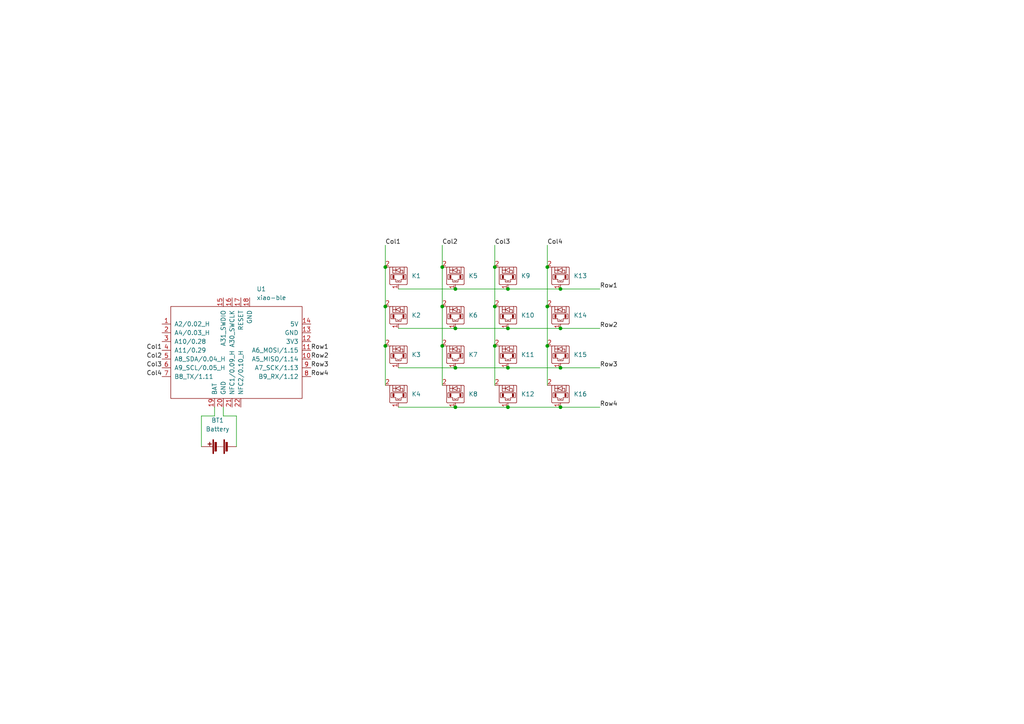
<source format=kicad_sch>
(kicad_sch (version 20211123) (generator eeschema)
  (paper "A4")
  (lib_symbols
    (symbol "Device:Battery" (pin_numbers hide) (pin_names (offset 0) hide)
      (property "Reference" "BT" (at 2.54 2.54 0))
      (property "Value" "Battery" (at 2.54 0 0))
      (symbol "Battery_0_1"
        (rectangle (start -2.032 -1.397) (end 2.032 -1.651) (fill (type outline)))
        (rectangle (start -2.032 1.778) (end 2.032 1.524) (fill (type outline)))
        (rectangle (start -1.3208 -1.9812) (end 1.27 -2.4892) (fill (type outline)))
        (rectangle (start -1.3208 1.1938) (end 1.27 0.6858) (fill (type outline)))
        (polyline (pts (xy 0 -1.524) (xy 0 -1.27)))
        (polyline (pts (xy 0 -1.016) (xy 0 -0.762)))
        (polyline (pts (xy 0 -0.508) (xy 0 -0.254)))
        (polyline (pts (xy 0 0) (xy 0 0.254)))
        (polyline (pts (xy 0 0.508) (xy 0 0.762)))
        (polyline (pts (xy 0 1.778) (xy 0 2.54)))
        (polyline (pts (xy 0.254 2.667) (xy 1.27 2.667)) (stroke (width 0.254)))
        (polyline (pts (xy 0.762 3.175) (xy 0.762 2.159)) (stroke (width 0.254)))
      )
      (symbol "Battery_1_1"
        (pin passive line (at 0 5.08 270) (length 2.54) (name "+") (number "1"))
        (pin passive line (at 0 -5.08 90) (length 2.54) (name "-") (number "2"))
      )
    )
    (symbol "kleeb-mcu:xiao-ble" (pin_names (offset 1.016))
      (property "Reference" "U" (at -17.78 16.51 0))
      (property "Value" "xiao-ble" (at -15.24 13.97 0))
      (symbol "xiao-ble_0_1"
        (rectangle (start -19.05 12.7) (end 19.05 -13.97))
      )
      (symbol "xiao-ble_1_1"
        (pin bidirectional line (at -21.59 7.62 0) (length 2.54) (name "A2/0.02_H") (number "1"))
        (pin bidirectional line (at 21.59 -2.54 180) (length 2.54) (name "A5_MISO/1.14") (number "10"))
        (pin bidirectional line (at 21.59 0 180) (length 2.54) (name "A6_MOSI/1.15") (number "11"))
        (pin power_out line (at 21.59 2.54 180) (length 2.54) (name "3V3") (number "12"))
        (pin power_out line (at 21.59 5.08 180) (length 2.54) (name "GND") (number "13"))
        (pin power_out line (at 21.59 7.62 180) (length 2.54) (name "5V") (number "14"))
        (pin input line (at -3.81 15.24 270) (length 2.54) (name "A31_SWDIO") (number "15"))
        (pin input line (at -1.27 15.24 270) (length 2.54) (name "A30_SWCLK") (number "16"))
        (pin input line (at 1.27 15.24 270) (length 2.54) (name "RESET") (number "17"))
        (pin power_out line (at 3.81 15.24 270) (length 2.54) (name "GND") (number "18"))
        (pin bidirectional line (at -6.35 -16.51 90) (length 2.54) (name "BAT") (number "19"))
        (pin bidirectional line (at -21.59 5.08 0) (length 2.54) (name "A4/0.03_H") (number "2"))
        (pin power_out line (at -3.81 -16.51 90) (length 2.54) (name "GND") (number "20"))
        (pin bidirectional line (at -1.27 -16.51 90) (length 2.54) (name "NFC1/0.09_H") (number "21"))
        (pin bidirectional line (at 1.27 -16.51 90) (length 2.54) (name "NFC2/0.10_H") (number "22"))
        (pin bidirectional line (at -21.59 2.54 0) (length 2.54) (name "A10/0.28") (number "3"))
        (pin bidirectional line (at -21.59 0 0) (length 2.54) (name "A11/0.29") (number "4"))
        (pin bidirectional line (at -21.59 -2.54 0) (length 2.54) (name "A8_SDA/0.04_H") (number "5"))
        (pin bidirectional line (at -21.59 -5.08 0) (length 2.54) (name "A9_SCL/0.05_H") (number "6"))
        (pin bidirectional line (at -21.59 -7.62 0) (length 2.54) (name "B8_TX/1.11") (number "7"))
        (pin bidirectional line (at 21.59 -7.62 180) (length 2.54) (name "B9_RX/1.12") (number "8"))
        (pin bidirectional line (at 21.59 -5.08 180) (length 2.54) (name "A7_SCK/1.13") (number "9"))
      )
    )
    (symbol "kleeb-switch:diode-choc" (pin_names (offset 1.016))
      (property "Reference" "K" (at 0 3.81 0))
      (symbol "diode-choc_0_1"
        (arc (start -2.54 -2.286) (mid -2.4656 -2.4656) (end -2.286 -2.54))
        (arc (start -2.286 2.54) (mid -2.4656 2.4656) (end -2.54 2.286))
        (rectangle (start -1.651 0.127) (end -1.27 -0.762) (fill (type outline)))
        (arc (start -0.381 -1.27) (mid 0 -1.4739) (end 0.381 -1.27))
        (polyline (pts (xy -2.54 2.286) (xy -2.54 -2.286)))
        (polyline (pts (xy -2.286 -2.54) (xy 2.286 -2.54)))
        (polyline (pts (xy -2.286 2.54) (xy 2.286 2.54)))
        (polyline (pts (xy -1.651 1.651) (xy -0.762 1.651)))
        (polyline (pts (xy -0.762 2.286) (xy -0.762 1.016)))
        (polyline (pts (xy 2.54 -2.286) (xy 2.54 2.286)))
        (polyline (pts (xy 0.508 1.651) (xy 1.27 1.651) (xy 1.27 0.762)))
        (polyline (pts (xy -1.651 2.54) (xy -1.651 0.762) (xy 1.651 0.762) (xy 1.651 2.54)))
        (polyline (pts (xy -0.762 1.651) (xy 0.508 2.286) (xy 0.508 1.016) (xy -0.762 1.651)))
        (polyline (pts (xy -2.159 0.381) (xy -2.159 -1.016) (xy -0.762 -1.016) (xy -0.762 -1.778) (xy 0.762 -1.778) (xy 0.762 -1.016) (xy 2.159 -1.016) (xy 2.159 0.381) (xy -2.159 0.381)))
        (arc (start 2.286 -2.54) (mid 2.4656 -2.4656) (end 2.54 -2.286))
        (arc (start 2.54 2.286) (mid 2.4656 2.4656) (end 2.286 2.54))
      )
      (symbol "diode-choc_1_1"
        (rectangle (start 1.27 0.127) (end 1.651 -0.762) (fill (type outline)))
        (pin input line (at 0 -3.81 90) (length 1.27) (name "~") (number "1"))
        (pin output line (at -3.81 2.54 0) (length 1.27) (name "~") (number "2"))
      )
    )
  )
  (junction (at 132.08 83.82))
  (junction (at 132.08 95.25))
  (junction (at 132.08 118.11))
  (junction (at 143.51 88.9))
  (junction (at 132.08 106.68))
  (junction (at 147.32 106.68))
  (junction (at 158.75 88.9))
  (junction (at 111.76 77.47))
  (junction (at 128.27 100.33))
  (junction (at 147.32 118.11))
  (junction (at 162.56 118.11))
  (junction (at 128.27 88.9))
  (junction (at 162.56 83.82))
  (junction (at 147.32 83.82))
  (junction (at 158.75 77.47))
  (junction (at 143.51 100.33))
  (junction (at 111.76 88.9))
  (junction (at 128.27 77.47))
  (junction (at 147.32 95.25))
  (junction (at 162.56 106.68))
  (junction (at 111.76 100.33))
  (junction (at 143.51 77.47))
  (junction (at 158.75 100.33))
  (junction (at 162.56 95.25))
  (wire (pts (xy 158.75 100.33) (xy 158.75 111.76)))
  (wire (pts (xy 158.75 77.47) (xy 158.75 88.9)))
  (wire (pts (xy 115.57 118.11) (xy 132.08 118.11)))
  (wire (pts (xy 115.57 95.25) (xy 132.08 95.25)))
  (wire (pts (xy 162.56 83.82) (xy 173.99 83.82)))
  (wire (pts (xy 132.08 106.68) (xy 147.32 106.68)))
  (wire (pts (xy 64.77 118.11) (xy 64.77 120.65)))
  (wire (pts (xy 62.23 120.65) (xy 62.23 118.11)))
  (wire (pts (xy 128.27 71.12) (xy 128.27 77.47)))
  (wire (pts (xy 128.27 100.33) (xy 128.27 111.76)))
  (wire (pts (xy 111.76 71.12) (xy 111.76 77.47)))
  (wire (pts (xy 111.76 88.9) (xy 111.76 100.33)))
  (wire (pts (xy 115.57 83.82) (xy 132.08 83.82)))
  (wire (pts (xy 64.77 120.65) (xy 68.58 120.65)))
  (wire (pts (xy 128.27 88.9) (xy 128.27 100.33)))
  (wire (pts (xy 132.08 118.11) (xy 147.32 118.11)))
  (wire (pts (xy 143.51 71.12) (xy 143.51 77.47)))
  (wire (pts (xy 58.42 129.54) (xy 58.42 120.65)))
  (wire (pts (xy 128.27 77.47) (xy 128.27 88.9)))
  (wire (pts (xy 132.08 95.25) (xy 147.32 95.25)))
  (wire (pts (xy 143.51 88.9) (xy 143.51 100.33)))
  (wire (pts (xy 147.32 106.68) (xy 162.56 106.68)))
  (wire (pts (xy 162.56 106.68) (xy 173.99 106.68)))
  (wire (pts (xy 143.51 77.47) (xy 143.51 88.9)))
  (wire (pts (xy 162.56 95.25) (xy 173.99 95.25)))
  (wire (pts (xy 115.57 106.68) (xy 132.08 106.68)))
  (wire (pts (xy 58.42 120.65) (xy 62.23 120.65)))
  (wire (pts (xy 162.56 118.11) (xy 173.99 118.11)))
  (wire (pts (xy 111.76 77.47) (xy 111.76 88.9)))
  (wire (pts (xy 147.32 95.25) (xy 162.56 95.25)))
  (wire (pts (xy 158.75 88.9) (xy 158.75 100.33)))
  (wire (pts (xy 147.32 83.82) (xy 162.56 83.82)))
  (wire (pts (xy 132.08 83.82) (xy 147.32 83.82)))
  (wire (pts (xy 143.51 100.33) (xy 143.51 111.76)))
  (wire (pts (xy 147.32 118.11) (xy 162.56 118.11)))
  (wire (pts (xy 158.75 71.12) (xy 158.75 77.47)))
  (wire (pts (xy 68.58 120.65) (xy 68.58 129.54)))
  (wire (pts (xy 111.76 100.33) (xy 111.76 111.76)))
  (label "Row1" (at 90.17 101.6 0))
  (label "Col3" (at 143.51 71.12 0))
  (label "Row2" (at 90.17 104.14 0))
  (label "Col4" (at 158.75 71.12 0))
  (label "Col2" (at 128.27 71.12 0))
  (label "Row4" (at 173.99 118.11 0))
  (label "Col1" (at 111.76 71.12 0))
  (label "Row3" (at 173.99 106.68 0))
  (label "Col1" (at 46.99 101.6 180))
  (label "Row4" (at 90.17 109.22 0))
  (label "Row3" (at 90.17 106.68 0))
  (label "Col2" (at 46.99 104.14 180))
  (label "Row1" (at 173.99 83.82 0))
  (label "Row2" (at 173.99 95.25 0))
  (label "Col3" (at 46.99 106.68 180))
  (label "Col4" (at 46.99 109.22 180))
  (symbol (lib_id "kleeb-switch:diode-choc") (at 115.57 114.3 0) (unit 1)
    (property "Reference" "K4" (at 119.38 114.2999 0) (effects (justify left)))
    (property "Value" "diode-choc" (effects hide))
    (property "Footprint" "kleeb-pg1350:pg1350-DR" (effects hide))
  )
  (symbol (lib_id "kleeb-switch:diode-choc") (at 147.32 102.87 0) (unit 1)
    (property "Reference" "K11" (at 151.13 102.8699 0) (effects (justify left)))
    (property "Value" "diode-choc" (effects hide))
    (property "Footprint" "kleeb-pg1350:pg1350-DR" (effects hide))
  )
  (symbol (lib_id "kleeb-mcu:xiao-ble") (at 68.58 101.6 0) (unit 1)
    (property "Reference" "U1" (at 74.4094 83.82 0) (effects (justify left)))
    (property "Value" "xiao-ble" (at 74.4094 86.36 0) (effects (justify left)))
    (property "Footprint" "kleeb-mcu:xiao-ble-tht" (effects hide))
  )
  (symbol (lib_id "kleeb-switch:diode-choc") (at 115.57 80.01 0) (unit 1)
    (property "Reference" "K1" (at 119.38 80.0099 0) (effects (justify left)))
    (property "Value" "diode-choc" (effects hide))
    (property "Footprint" "kleeb-pg1350:pg1350-DR" (effects hide))
  )
  (symbol (lib_id "kleeb-switch:diode-choc") (at 115.57 102.87 0) (unit 1)
    (property "Reference" "K3" (at 119.38 102.8699 0) (effects (justify left)))
    (property "Value" "diode-choc" (effects hide))
    (property "Footprint" "kleeb-pg1350:pg1350-DR" (effects hide))
  )
  (symbol (lib_id "kleeb-switch:diode-choc") (at 147.32 80.01 0) (unit 1)
    (property "Reference" "K9" (at 151.13 80.0099 0) (effects (justify left)))
    (property "Value" "diode-choc" (effects hide))
    (property "Footprint" "kleeb-pg1350:pg1350-DR" (effects hide))
  )
  (symbol (lib_id "kleeb-switch:diode-choc") (at 147.32 114.3 0) (unit 1)
    (property "Reference" "K12" (at 151.13 114.2999 0) (effects (justify left)))
    (property "Value" "diode-choc" (effects hide))
    (property "Footprint" "kleeb-pg1350:pg1350-DR" (effects hide))
  )
  (symbol (lib_id "kleeb-switch:diode-choc") (at 162.56 80.01 0) (unit 1)
    (property "Reference" "K13" (at 166.37 80.0099 0) (effects (justify left)))
    (property "Value" "diode-choc" (effects hide))
    (property "Footprint" "kleeb-pg1350:pg1350-DR" (effects hide))
  )
  (symbol (lib_id "kleeb-switch:diode-choc") (at 115.57 91.44 0) (unit 1)
    (property "Reference" "K2" (at 119.38 91.4399 0) (effects (justify left)))
    (property "Value" "diode-choc" (effects hide))
    (property "Footprint" "kleeb-pg1350:pg1350-DR" (effects hide))
  )
  (symbol (lib_id "kleeb-switch:diode-choc") (at 162.56 102.87 0) (unit 1)
    (property "Reference" "K15" (at 166.37 102.8699 0) (effects (justify left)))
    (property "Value" "diode-choc" (effects hide))
    (property "Footprint" "kleeb-pg1350:pg1350-DR" (effects hide))
  )
  (symbol (lib_id "kleeb-switch:diode-choc") (at 162.56 91.44 0) (unit 1)
    (property "Reference" "K14" (at 166.37 91.4399 0) (effects (justify left)))
    (property "Value" "diode-choc" (effects hide))
    (property "Footprint" "kleeb-pg1350:pg1350-DR" (effects hide))
  )
  (symbol (lib_id "kleeb-switch:diode-choc") (at 132.08 102.87 0) (unit 1)
    (property "Reference" "K7" (at 135.89 102.8699 0) (effects (justify left)))
    (property "Value" "diode-choc" (effects hide))
    (property "Footprint" "kleeb-pg1350:pg1350-DR" (effects hide))
  )
  (symbol (lib_id "kleeb-switch:diode-choc") (at 132.08 114.3 0) (unit 1)
    (property "Reference" "K8" (at 135.89 114.2999 0) (effects (justify left)))
    (property "Value" "diode-choc" (effects hide))
    (property "Footprint" "kleeb-pg1350:pg1350-DR" (effects hide))
  )
  (symbol (lib_id "kleeb-switch:diode-choc") (at 147.32 91.44 0) (unit 1)
    (property "Reference" "K10" (at 151.13 91.4399 0) (effects (justify left)))
    (property "Value" "diode-choc" (effects hide))
    (property "Footprint" "kleeb-pg1350:pg1350-DR" (effects hide))
  )
  (symbol (lib_id "kleeb-switch:diode-choc") (at 162.56 114.3 0) (unit 1)
    (property "Reference" "K16" (at 166.37 114.2999 0) (effects (justify left)))
    (property "Value" "diode-choc" (effects hide))
    (property "Footprint" "kleeb-pg1350:pg1350-DR" (effects hide))
  )
  (symbol (lib_id "kleeb-switch:diode-choc") (at 132.08 80.01 0) (unit 1)
    (property "Reference" "K5" (at 135.89 80.0099 0) (effects (justify left)))
    (property "Value" "diode-choc" (effects hide))
    (property "Footprint" "kleeb-pg1350:pg1350-DR" (effects hide))
  )
  (symbol (lib_id "Device:Battery") (at 63.5 129.54 90) (unit 1)
    (property "Reference" "BT1" (at 63.119 121.92 90))
    (property "Value" "Battery" (at 63.119 124.46 90))
    (property "Footprint" "Connector_JST:JST_EH_B2B-EH-A_1x02_P2.50mm_Vertical" (effects hide))
  )
  (symbol (lib_id "kleeb-switch:diode-choc") (at 132.08 91.44 0) (unit 1)
    (property "Reference" "K6" (at 135.89 91.4399 0) (effects (justify left)))
    (property "Value" "diode-choc" (effects hide))
    (property "Footprint" "kleeb-pg1350:pg1350-DR" (effects hide))
  )
)
</source>
